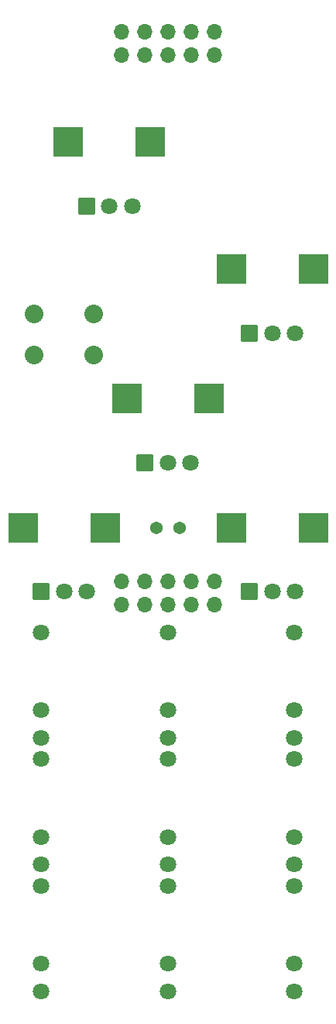
<source format=gbs>
%TF.GenerationSoftware,KiCad,Pcbnew,7.0.8*%
%TF.CreationDate,2024-02-25T17:45:40-05:00*%
%TF.ProjectId,lichen-bifocals-control-board,6c696368-656e-42d6-9269-666f63616c73,1.0*%
%TF.SameCoordinates,Original*%
%TF.FileFunction,Soldermask,Bot*%
%TF.FilePolarity,Negative*%
%FSLAX46Y46*%
G04 Gerber Fmt 4.6, Leading zero omitted, Abs format (unit mm)*
G04 Created by KiCad (PCBNEW 7.0.8) date 2024-02-25 17:45:40*
%MOMM*%
%LPD*%
G01*
G04 APERTURE LIST*
G04 Aperture macros list*
%AMRoundRect*
0 Rectangle with rounded corners*
0 $1 Rounding radius*
0 $2 $3 $4 $5 $6 $7 $8 $9 X,Y pos of 4 corners*
0 Add a 4 corners polygon primitive as box body*
4,1,4,$2,$3,$4,$5,$6,$7,$8,$9,$2,$3,0*
0 Add four circle primitives for the rounded corners*
1,1,$1+$1,$2,$3*
1,1,$1+$1,$4,$5*
1,1,$1+$1,$6,$7*
1,1,$1+$1,$8,$9*
0 Add four rect primitives between the rounded corners*
20,1,$1+$1,$2,$3,$4,$5,0*
20,1,$1+$1,$4,$5,$6,$7,0*
20,1,$1+$1,$6,$7,$8,$9,0*
20,1,$1+$1,$8,$9,$2,$3,0*%
G04 Aperture macros list end*
%ADD10C,1.802400*%
%ADD11RoundRect,0.076200X-0.825000X0.825000X-0.825000X-0.825000X0.825000X-0.825000X0.825000X0.825000X0*%
%ADD12RoundRect,0.076200X-1.558000X1.558000X-1.558000X-1.558000X1.558000X-1.558000X1.558000X1.558000X0*%
%ADD13C,1.371600*%
%ADD14C,2.032000*%
%ADD15O,1.700000X1.700000*%
G04 APERTURE END LIST*
D10*
%TO.C,J9*%
X134004000Y-216929000D03*
X134004000Y-213929000D03*
X134004000Y-205429000D03*
%TD*%
%TO.C,J6*%
X106297000Y-203077000D03*
X106297000Y-200077000D03*
X106297000Y-191577000D03*
%TD*%
D11*
%TO.C,VR5*%
X129087000Y-173284000D03*
D10*
X131587000Y-173284000D03*
X134087000Y-173284000D03*
D12*
X127087000Y-166284000D03*
X136087000Y-166284000D03*
%TD*%
D11*
%TO.C,VR1*%
X111272000Y-131176000D03*
D10*
X113772000Y-131176000D03*
X116272000Y-131176000D03*
D12*
X109272000Y-124176000D03*
X118272000Y-124176000D03*
%TD*%
D11*
%TO.C,VR3*%
X117650000Y-159203000D03*
D10*
X120150000Y-159203000D03*
X122650000Y-159203000D03*
D12*
X115650000Y-152203000D03*
X124650000Y-152203000D03*
%TD*%
D10*
%TO.C,J5*%
X120150000Y-216929000D03*
X120150000Y-213929000D03*
X120150000Y-205429000D03*
%TD*%
D11*
%TO.C,VR4*%
X106316000Y-173284000D03*
D10*
X108816000Y-173284000D03*
X111316000Y-173284000D03*
D12*
X104316000Y-166284000D03*
X113316000Y-166284000D03*
%TD*%
D10*
%TO.C,J2*%
X120150000Y-189223000D03*
X120150000Y-186223000D03*
X120150000Y-177723000D03*
%TD*%
%TO.C,J4*%
X120150000Y-203077000D03*
X120150000Y-200077000D03*
X120150000Y-191577000D03*
%TD*%
%TO.C,J3*%
X134004000Y-189223000D03*
X134004000Y-186223000D03*
X134004000Y-177723000D03*
%TD*%
%TO.C,J8*%
X134004000Y-203077000D03*
X134004000Y-200077000D03*
X134004000Y-191577000D03*
%TD*%
D11*
%TO.C,VR2*%
X129087000Y-145057000D03*
D10*
X131587000Y-145057000D03*
X134087000Y-145057000D03*
D12*
X127087000Y-138057000D03*
X136087000Y-138057000D03*
%TD*%
D10*
%TO.C,J7*%
X106297000Y-216929000D03*
X106297000Y-213929000D03*
X106297000Y-205429000D03*
%TD*%
D13*
%TO.C,LED1*%
X118880000Y-166284000D03*
X121420000Y-166284000D03*
%TD*%
D10*
%TO.C,J1*%
X106297000Y-189223000D03*
X106297000Y-186223000D03*
X106297000Y-177723000D03*
%TD*%
D14*
%TO.C,S1*%
X105564800Y-142909400D03*
X112067200Y-142909400D03*
X105564800Y-147430600D03*
X112067200Y-147430600D03*
%TD*%
D15*
%TO.C,H2*%
X125230000Y-174720000D03*
X125230000Y-172180000D03*
X122690000Y-174720000D03*
X122690000Y-172180000D03*
X120150000Y-174720000D03*
X120150000Y-172180000D03*
X117610000Y-174720000D03*
X117610000Y-172180000D03*
X115070000Y-174720000D03*
X115070000Y-172180000D03*
%TD*%
%TO.C,H1*%
X125230000Y-114690000D03*
X125230000Y-112150000D03*
X122690000Y-114690000D03*
X122690000Y-112150000D03*
X120150000Y-114690000D03*
X120150000Y-112150000D03*
X117610000Y-114690000D03*
X117610000Y-112150000D03*
X115070000Y-114690000D03*
X115070000Y-112150000D03*
%TD*%
M02*

</source>
